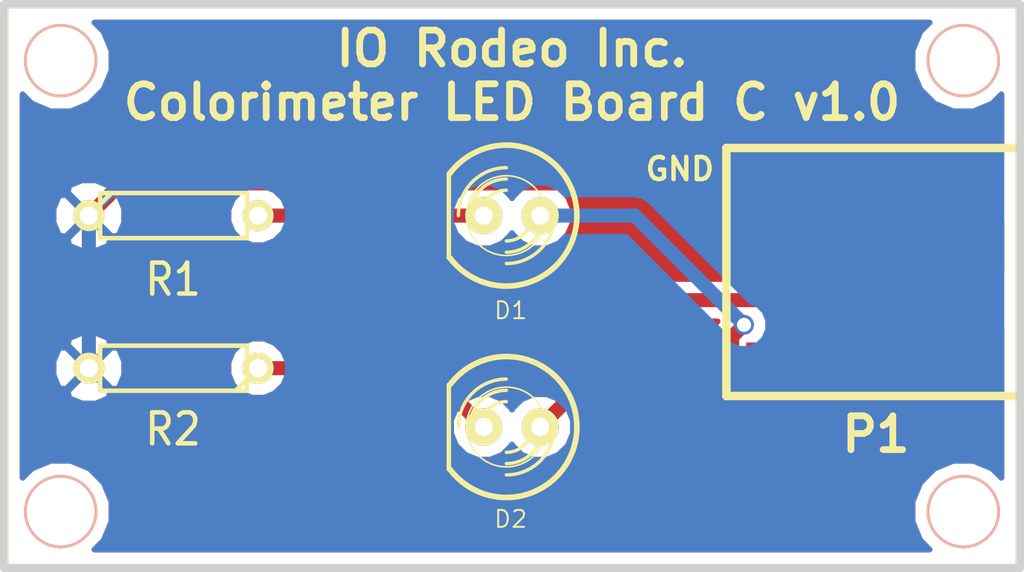
<source format=kicad_pcb>
(kicad_pcb (version 3) (host pcbnew "(2013-feb-26)-testing")

  (general
    (links 6)
    (no_connects 0)
    (area 76.009499 50.609499 122.364501 76.390501)
    (thickness 1.6002)
    (drawings 7)
    (tracks 16)
    (zones 0)
    (modules 9)
    (nets 6)
  )

  (page A4)
  (layers
    (15 Front signal)
    (0 Back signal)
    (16 B.Adhes user)
    (17 F.Adhes user)
    (18 B.Paste user)
    (19 F.Paste user)
    (20 B.SilkS user)
    (21 F.SilkS user)
    (22 B.Mask user)
    (23 F.Mask user)
    (24 Dwgs.User user)
    (25 Cmts.User user)
    (26 Eco1.User user)
    (27 Eco2.User user)
    (28 Edge.Cuts user)
  )

  (setup
    (last_trace_width 0.635)
    (trace_clearance 0.254)
    (zone_clearance 0.508)
    (zone_45_only no)
    (trace_min 0.2032)
    (segment_width 0.381)
    (edge_width 0.381)
    (via_size 0.889)
    (via_drill 0.635)
    (via_min_size 0.889)
    (via_min_drill 0.508)
    (uvia_size 0.508)
    (uvia_drill 0.127)
    (uvias_allowed no)
    (uvia_min_size 0.508)
    (uvia_min_drill 0.127)
    (pcb_text_width 0.3048)
    (pcb_text_size 1.524 2.032)
    (mod_edge_width 0.381)
    (mod_text_size 1.524 1.524)
    (mod_text_width 0.3048)
    (pad_size 1.6764 1.6764)
    (pad_drill 0.8128)
    (pad_to_mask_clearance 0.254)
    (aux_axis_origin 0 0)
    (visible_elements FFFFFFBF)
    (pcbplotparams
      (layerselection 284196865)
      (usegerberextensions true)
      (excludeedgelayer true)
      (linewidth 60)
      (plotframeref false)
      (viasonmask false)
      (mode 1)
      (useauxorigin false)
      (hpglpennumber 1)
      (hpglpenspeed 20)
      (hpglpendiameter 15)
      (hpglpenoverlay 0)
      (psnegative false)
      (psa4output false)
      (plotreference true)
      (plotvalue true)
      (plotothertext true)
      (plotinvisibletext false)
      (padsonsilk false)
      (subtractmaskfromsilk false)
      (outputformat 1)
      (mirror false)
      (drillshape 0)
      (scaleselection 1)
      (outputdirectory ../led_verC/))
  )

  (net 0 "")
  (net 1 /Blue)
  (net 2 /Red)
  (net 3 GND)
  (net 4 N-000002)
  (net 5 N-000006)

  (net_class Default "This is the default net class."
    (clearance 0.254)
    (trace_width 0.635)
    (via_dia 0.889)
    (via_drill 0.635)
    (uvia_dia 0.508)
    (uvia_drill 0.127)
    (add_net "")
    (add_net /Blue)
    (add_net /Red)
    (add_net GND)
    (add_net N-000002)
    (add_net N-000006)
  )

  (module MOUNT_HOLE_4_40 (layer Front) (tedit 4F036C65) (tstamp 4F036949)
    (at 78.74 53.34)
    (path MOUNT_HOLE_4_40)
    (fp_text reference M1 (at 0 -2.032) (layer F.SilkS) hide
      (effects (font (size 0.254 0.254) (thickness 0.0635)))
    )
    (fp_text value "" (at 0 2.54) (layer F.SilkS) hide
      (effects (font (size 0.254 0.254) (thickness 0.0635)))
    )
    (pad "" thru_hole circle (at 0 0) (size 3.302 3.302) (drill 3.048)
      (layers *.Cu *.SilkS *.Mask)
    )
  )

  (module MOUNT_HOLE_4_40 (layer Front) (tedit 4F036C5E) (tstamp 4F03694F)
    (at 78.74 73.66)
    (path MOUNT_HOLE_4_40)
    (fp_text reference M2 (at 0 -2.032) (layer F.SilkS) hide
      (effects (font (size 0.254 0.254) (thickness 0.0635)))
    )
    (fp_text value "" (at 0 -2.54) (layer F.SilkS) hide
      (effects (font (size 0.254 0.254) (thickness 0.0635)))
    )
    (pad "" thru_hole circle (at 0 0) (size 3.302 3.302) (drill 3.048)
      (layers *.Cu *.SilkS *.Mask)
    )
  )

  (module MOUNT_HOLE_4_40 (layer Front) (tedit 4F036C57) (tstamp 4F036957)
    (at 119.38 73.66)
    (path MOUNT_HOLE_4_40)
    (fp_text reference M3 (at 0 -2.032) (layer F.SilkS) hide
      (effects (font (size 0.254 0.254) (thickness 0.0635)))
    )
    (fp_text value "" (at 0 -2.54) (layer F.SilkS) hide
      (effects (font (size 0.254 0.254) (thickness 0.0635)))
    )
    (pad "" thru_hole circle (at 0 0) (size 3.302 3.302) (drill 3.048)
      (layers *.Cu *.SilkS *.Mask)
    )
  )

  (module MOUNT_HOLE_4_40 (layer Front) (tedit 4F036C4D) (tstamp 4F036960)
    (at 119.38 53.34)
    (path MOUNT_HOLE_4_40)
    (fp_text reference M4 (at 0 -2.032) (layer F.SilkS) hide
      (effects (font (size 0.254 0.254) (thickness 0.0635)))
    )
    (fp_text value "" (at 0 2.54) (layer F.SilkS) hide
      (effects (font (size 0.254 0.254) (thickness 0.0635)))
    )
    (pad "" thru_hole circle (at 0 0) (size 3.302 3.302) (drill 3.048)
      (layers *.Cu *.SilkS *.Mask)
    )
  )

  (module smt (layer Front) (tedit 513A76D7) (tstamp 4F515731)
    (at 115.316 62.865 90)
    (path /4F345F7F)
    (fp_text reference P1 (at -7.3152 0.127 180) (layer F.SilkS)
      (effects (font (size 1.524 1.524) (thickness 0.3048)))
    )
    (fp_text value CONN_4 (at -7.239 0.762 180) (layer F.SilkS) hide
      (effects (font (size 1.524 1.524) (thickness 0.3048)))
    )
    (fp_line (start -5.588 -6.604) (end 5.588 -6.604) (layer F.SilkS) (width 0.381))
    (fp_line (start 5.588 -6.604) (end 5.588 6.604) (layer F.SilkS) (width 0.381))
    (fp_line (start 5.588 6.604) (end -5.588 6.604) (layer F.SilkS) (width 0.381))
    (fp_line (start -5.588 6.604) (end -5.588 -6.604) (layer F.SilkS) (width 0.381))
    (pad 1 smd rect (at -3.81 -2.53492 90) (size 1.27 6.35)
      (layers Front F.Paste F.Mask)
      (net 1 /Blue)
    )
    (pad 2 smd rect (at -1.27 2.53492 90) (size 1.27 6.35)
      (layers Front F.Paste F.Mask)
      (net 2 /Red)
    )
    (pad 3 smd rect (at 1.27 -2.53492 90) (size 1.27 6.35)
      (layers Front F.Paste F.Mask)
    )
    (pad 4 smd rect (at 3.81 2.53492 90) (size 1.27 6.35)
      (layers Front F.Paste F.Mask)
      (net 3 GND)
    )
  )

  (module LED-5MM (layer Front) (tedit 513D2C8D) (tstamp 50E6391C)
    (at 99.06 60.325 180)
    (descr "LED 5mm - Lead pitch 100mil (2,54mm)")
    (tags "LED led 5mm 5MM 100mil 2,54mm")
    (path /50E61451)
    (fp_text reference D1 (at 0.06 -4.275 180) (layer F.SilkS)
      (effects (font (size 0.762 0.762) (thickness 0.0889)))
    )
    (fp_text value LED (at 0 3.81 180) (layer F.SilkS) hide
      (effects (font (size 0.762 0.762) (thickness 0.0889)))
    )
    (fp_line (start 2.8448 1.905) (end 2.8448 -1.905) (layer F.SilkS) (width 0.2032))
    (fp_circle (center 0.254 0) (end -1.016 1.27) (layer F.SilkS) (width 0.0762))
    (fp_arc (start 0.254 0) (end 2.794 1.905) (angle 286.2) (layer F.SilkS) (width 0.254))
    (fp_arc (start 0.254 0) (end -0.889 0) (angle 90) (layer F.SilkS) (width 0.1524))
    (fp_arc (start 0.254 0) (end 1.397 0) (angle 90) (layer F.SilkS) (width 0.1524))
    (fp_arc (start 0.254 0) (end -1.397 0) (angle 90) (layer F.SilkS) (width 0.1524))
    (fp_arc (start 0.254 0) (end 1.905 0) (angle 90) (layer F.SilkS) (width 0.1524))
    (fp_arc (start 0.254 0) (end -1.905 0) (angle 90) (layer F.SilkS) (width 0.1524))
    (fp_arc (start 0.254 0) (end 2.413 0) (angle 90) (layer F.SilkS) (width 0.1524))
    (pad 1 thru_hole circle (at -1.27 0 180) (size 1.6764 1.6764) (drill 0.8128)
      (layers *.Cu *.Mask F.Paste F.SilkS)
      (net 1 /Blue)
    )
    (pad 2 thru_hole circle (at 1.27 0 180) (size 1.6764 1.6764) (drill 0.8128)
      (layers *.Cu *.Mask F.Paste F.SilkS)
      (net 4 N-000002)
    )
    (model discret/leds/led5_vertical_verde.wrl
      (at (xyz 0 0 0))
      (scale (xyz 1 1 1))
      (rotate (xyz 0 0 0))
    )
  )

  (module R3 (layer Front) (tedit 513D2C76) (tstamp 50E633A1)
    (at 83.82 60.325)
    (descr "Resitance 3 pas")
    (tags R)
    (path /4F035CCA)
    (autoplace_cost180 10)
    (fp_text reference R1 (at -0.02 2.875) (layer F.SilkS)
      (effects (font (size 1.397 1.27) (thickness 0.2032)))
    )
    (fp_text value 40 (at -0.0635 -0.16764) (layer F.SilkS) hide
      (effects (font (size 1.397 1.27) (thickness 0.2032)))
    )
    (fp_line (start -3.81 0) (end -3.302 0) (layer F.SilkS) (width 0.2032))
    (fp_line (start 3.81 0) (end 3.302 0) (layer F.SilkS) (width 0.2032))
    (fp_line (start 3.302 0) (end 3.302 -1.016) (layer F.SilkS) (width 0.2032))
    (fp_line (start 3.302 -1.016) (end -3.302 -1.016) (layer F.SilkS) (width 0.2032))
    (fp_line (start -3.302 -1.016) (end -3.302 1.016) (layer F.SilkS) (width 0.2032))
    (fp_line (start -3.302 1.016) (end 3.302 1.016) (layer F.SilkS) (width 0.2032))
    (fp_line (start 3.302 1.016) (end 3.302 0) (layer F.SilkS) (width 0.2032))
    (fp_line (start -3.302 -0.508) (end -2.794 -1.016) (layer F.SilkS) (width 0.2032))
    (pad 1 thru_hole circle (at -3.81 0) (size 1.397 1.397) (drill 0.8128)
      (layers *.Cu *.Mask F.SilkS)
      (net 3 GND)
    )
    (pad 2 thru_hole circle (at 3.81 0) (size 1.397 1.397) (drill 0.8128)
      (layers *.Cu *.Mask F.SilkS)
      (net 4 N-000002)
    )
    (model discret/resistor.wrl
      (at (xyz 0 0 0))
      (scale (xyz 0.3 0.3 0.3))
      (rotate (xyz 0 0 0))
    )
  )

  (module R3 (layer Front) (tedit 513D2C7F) (tstamp 513D2CD9)
    (at 83.82 67.2 180)
    (descr "Resitance 3 pas")
    (tags R)
    (path /513A56AF)
    (autoplace_cost180 10)
    (fp_text reference R2 (at 0 0.127 180) (layer F.SilkS) hide
      (effects (font (size 1.397 1.27) (thickness 0.2032)))
    )
    (fp_text value R2 (at 0.02 -2.75 180) (layer F.SilkS)
      (effects (font (size 1.397 1.27) (thickness 0.2032)))
    )
    (fp_line (start -3.81 0) (end -3.302 0) (layer F.SilkS) (width 0.2032))
    (fp_line (start 3.81 0) (end 3.302 0) (layer F.SilkS) (width 0.2032))
    (fp_line (start 3.302 0) (end 3.302 -1.016) (layer F.SilkS) (width 0.2032))
    (fp_line (start 3.302 -1.016) (end -3.302 -1.016) (layer F.SilkS) (width 0.2032))
    (fp_line (start -3.302 -1.016) (end -3.302 1.016) (layer F.SilkS) (width 0.2032))
    (fp_line (start -3.302 1.016) (end 3.302 1.016) (layer F.SilkS) (width 0.2032))
    (fp_line (start 3.302 1.016) (end 3.302 0) (layer F.SilkS) (width 0.2032))
    (fp_line (start -3.302 -0.508) (end -2.794 -1.016) (layer F.SilkS) (width 0.2032))
    (pad 1 thru_hole circle (at -3.81 0 180) (size 1.397 1.397) (drill 0.8128)
      (layers *.Cu *.Mask F.SilkS)
      (net 5 N-000006)
    )
    (pad 2 thru_hole circle (at 3.81 0 180) (size 1.397 1.397) (drill 0.8128)
      (layers *.Cu *.Mask F.SilkS)
      (net 3 GND)
    )
    (model discret/resistor.wrl
      (at (xyz 0 0 0))
      (scale (xyz 0.3 0.3 0.3))
      (rotate (xyz 0 0 0))
    )
  )

  (module LED-5MM (layer Front) (tedit 513D2C97) (tstamp 513A641B)
    (at 99.06 69.85 180)
    (descr "LED 5mm - Lead pitch 100mil (2,54mm)")
    (tags "LED led 5mm 5MM 100mil 2,54mm")
    (path /513A54E9)
    (fp_text reference D2 (at 0.06 -4.15 180) (layer F.SilkS)
      (effects (font (size 0.762 0.762) (thickness 0.0889)))
    )
    (fp_text value LED (at 0 3.81 180) (layer F.SilkS) hide
      (effects (font (size 0.762 0.762) (thickness 0.0889)))
    )
    (fp_line (start 2.8448 1.905) (end 2.8448 -1.905) (layer F.SilkS) (width 0.2032))
    (fp_circle (center 0.254 0) (end -1.016 1.27) (layer F.SilkS) (width 0.0762))
    (fp_arc (start 0.254 0) (end 2.794 1.905) (angle 286.2) (layer F.SilkS) (width 0.254))
    (fp_arc (start 0.254 0) (end -0.889 0) (angle 90) (layer F.SilkS) (width 0.1524))
    (fp_arc (start 0.254 0) (end 1.397 0) (angle 90) (layer F.SilkS) (width 0.1524))
    (fp_arc (start 0.254 0) (end -1.397 0) (angle 90) (layer F.SilkS) (width 0.1524))
    (fp_arc (start 0.254 0) (end 1.905 0) (angle 90) (layer F.SilkS) (width 0.1524))
    (fp_arc (start 0.254 0) (end -1.905 0) (angle 90) (layer F.SilkS) (width 0.1524))
    (fp_arc (start 0.254 0) (end 2.413 0) (angle 90) (layer F.SilkS) (width 0.1524))
    (pad 1 thru_hole circle (at -1.27 0 180) (size 1.6764 1.6764) (drill 0.8128)
      (layers *.Cu *.Mask F.SilkS)
      (net 2 /Red)
    )
    (pad 2 thru_hole circle (at 1.27 0 180) (size 1.6764 1.6764) (drill 0.8128)
      (layers *.Cu *.Mask F.SilkS)
      (net 5 N-000006)
    )
    (model discret/leds/led5_vertical_verde.wrl
      (at (xyz 0 0 0))
      (scale (xyz 1 1 1))
      (rotate (xyz 0 0 0))
    )
  )

  (gr_text GND (at 106.61904 58.22696) (layer F.SilkS)
    (effects (font (size 1.00076 1.00076) (thickness 0.20066)))
  )
  (gr_text "IO Rodeo Inc." (at 99.06 52.8) (layer F.SilkS)
    (effects (font (size 1.524 1.524) (thickness 0.3048)))
  )
  (gr_text "Colorimeter LED Board C v1.0" (at 99.06 55.2196) (layer F.SilkS)
    (effects (font (size 1.524 1.524) (thickness 0.3048)))
  )
  (gr_line (start 76.2 50.8) (end 121.92 50.8) (angle 90) (layer Edge.Cuts) (width 0.381))
  (gr_line (start 121.92 76.2) (end 121.92 50.8) (angle 90) (layer Edge.Cuts) (width 0.381))
  (gr_line (start 76.2 76.2) (end 76.2 50.8) (angle 90) (layer Edge.Cuts) (width 0.381))
  (gr_line (start 76.2 76.2) (end 121.92 76.2) (angle 90) (layer Edge.Cuts) (width 0.381))

  (via (at 109.5068 65.2462) (size 0.889) (layers Front Back) (net 1))
  (segment (start 112.7811 66.675) (end 108.9711 66.675) (width 0.635) (layer Front) (net 1))
  (segment (start 104.5856 60.325) (end 109.5068 65.2462) (width 0.635) (layer Back) (net 1))
  (segment (start 100.33 60.325) (end 104.5856 60.325) (width 0.635) (layer Back) (net 1))
  (segment (start 108.9711 65.7819) (end 108.9711 66.675) (width 0.635) (layer Front) (net 1))
  (segment (start 109.5068 65.2462) (end 108.9711 65.7819) (width 0.635) (layer Front) (net 1))
  (segment (start 106.045 64.135) (end 117.8509 64.135) (width 0.635) (layer Front) (net 2))
  (segment (start 100.33 69.85) (end 106.045 64.135) (width 0.635) (layer Front) (net 2))
  (segment (start 80.01 67.2) (end 80.01 60.325) (width 0.635) (layer Back) (net 3))
  (segment (start 113.8583 58.8724) (end 114.0409 59.055) (width 0.635) (layer Front) (net 3))
  (segment (start 81.4626 58.8724) (end 113.8583 58.8724) (width 0.635) (layer Front) (net 3))
  (segment (start 80.01 60.325) (end 81.4626 58.8724) (width 0.635) (layer Front) (net 3))
  (segment (start 117.8509 59.055) (end 114.0409 59.055) (width 0.635) (layer Front) (net 3))
  (segment (start 87.63 60.325) (end 97.79 60.325) (width 0.635) (layer Front) (net 4))
  (segment (start 95.14 67.2) (end 97.79 69.85) (width 0.635) (layer Front) (net 5))
  (segment (start 87.63 67.2) (end 95.14 67.2) (width 0.635) (layer Front) (net 5))

  (zone (net 3) (net_name GND) (layer Front) (tstamp 513D2D7E) (hatch edge 0.508)
    (connect_pads (clearance 0.508))
    (min_thickness 0.254)
    (fill (arc_segments 16) (thermal_gap 0.762) (thermal_bridge_width 0.381))
    (polygon
      (pts
        (xy 121.6 75.8) (xy 76.6 75.8) (xy 76.6 51.2) (xy 121.6 51.2)
      )
    )
    (filled_polygon
      (pts
        (xy 121.0945 72.141778) (xy 120.676605 71.723154) (xy 119.836708 71.374398) (xy 118.927281 71.373604) (xy 118.086777 71.720894)
        (xy 117.443154 72.363395) (xy 117.094398 73.203292) (xy 117.093604 74.112719) (xy 117.440894 74.953223) (xy 117.861436 75.3745)
        (xy 81.597506 75.3745) (xy 81.597506 66.884272) (xy 81.597506 60.009272) (xy 81.355841 59.425793) (xy 81.35579 59.425716)
        (xy 81.041248 59.383554) (xy 80.951446 59.473356) (xy 80.951446 59.293752) (xy 80.909284 58.97921) (xy 80.325818 58.737511)
        (xy 79.694272 58.737494) (xy 79.110793 58.979159) (xy 79.110716 58.97921) (xy 79.068554 59.293752) (xy 80.01 60.235197)
        (xy 80.951446 59.293752) (xy 80.951446 59.473356) (xy 80.099803 60.325) (xy 81.041248 61.266446) (xy 81.35579 61.224284)
        (xy 81.597489 60.640818) (xy 81.597506 60.009272) (xy 81.597506 66.884272) (xy 81.355841 66.300793) (xy 81.35579 66.300716)
        (xy 81.041248 66.258554) (xy 80.951446 66.348356) (xy 80.951446 66.168752) (xy 80.951446 61.356248) (xy 80.01 60.414803)
        (xy 79.920197 60.504605) (xy 79.920197 60.325) (xy 78.978752 59.383554) (xy 78.66421 59.425716) (xy 78.422511 60.009182)
        (xy 78.422494 60.640728) (xy 78.664159 61.224207) (xy 78.66421 61.224284) (xy 78.978752 61.266446) (xy 79.920197 60.325)
        (xy 79.920197 60.504605) (xy 79.068554 61.356248) (xy 79.110716 61.67079) (xy 79.694182 61.912489) (xy 80.325728 61.912506)
        (xy 80.909207 61.670841) (xy 80.909284 61.67079) (xy 80.951446 61.356248) (xy 80.951446 66.168752) (xy 80.909284 65.85421)
        (xy 80.325818 65.612511) (xy 79.694272 65.612494) (xy 79.110793 65.854159) (xy 79.110716 65.85421) (xy 79.068554 66.168752)
        (xy 80.01 67.110197) (xy 80.951446 66.168752) (xy 80.951446 66.348356) (xy 80.099803 67.2) (xy 81.041248 68.141446)
        (xy 81.35579 68.099284) (xy 81.597489 67.515818) (xy 81.597506 66.884272) (xy 81.597506 75.3745) (xy 80.258221 75.3745)
        (xy 80.676846 74.956605) (xy 81.025602 74.116708) (xy 81.026396 73.207281) (xy 80.951446 73.025888) (xy 80.951446 68.231248)
        (xy 80.01 67.289803) (xy 79.920197 67.379605) (xy 79.920197 67.2) (xy 78.978752 66.258554) (xy 78.66421 66.300716)
        (xy 78.422511 66.884182) (xy 78.422494 67.515728) (xy 78.664159 68.099207) (xy 78.66421 68.099284) (xy 78.978752 68.141446)
        (xy 79.920197 67.2) (xy 79.920197 67.379605) (xy 79.068554 68.231248) (xy 79.110716 68.54579) (xy 79.694182 68.787489)
        (xy 80.325728 68.787506) (xy 80.909207 68.545841) (xy 80.909284 68.54579) (xy 80.951446 68.231248) (xy 80.951446 73.025888)
        (xy 80.679106 72.366777) (xy 80.036605 71.723154) (xy 79.196708 71.374398) (xy 78.287281 71.373604) (xy 77.446777 71.720894)
        (xy 77.0255 72.141436) (xy 77.0255 54.858221) (xy 77.443395 55.276846) (xy 78.283292 55.625602) (xy 79.192719 55.626396)
        (xy 80.033223 55.279106) (xy 80.676846 54.636605) (xy 81.025602 53.796708) (xy 81.026396 52.887281) (xy 80.679106 52.046777)
        (xy 80.258563 51.6255) (xy 117.861778 51.6255) (xy 117.443154 52.043395) (xy 117.094398 52.883292) (xy 117.093604 53.792719)
        (xy 117.440894 54.633223) (xy 118.083395 55.276846) (xy 118.923292 55.625602) (xy 119.832719 55.626396) (xy 120.673223 55.279106)
        (xy 121.0945 54.858563) (xy 121.0945 57.53106) (xy 120.849863 57.530847) (xy 118.13667 57.531) (xy 117.91442 57.75325)
        (xy 117.91442 58.9915) (xy 117.93442 58.9915) (xy 117.93442 59.1185) (xy 117.91442 59.1185) (xy 117.91442 60.35675)
        (xy 118.13667 60.579) (xy 120.849863 60.579153) (xy 121.0945 60.578939) (xy 121.0945 62.86506) (xy 120.900165 62.86489)
        (xy 116.082367 62.86489) (xy 116.315309 62.768641) (xy 116.494093 62.590168) (xy 116.590969 62.356864) (xy 116.59119 62.104245)
        (xy 116.59119 60.834245) (xy 116.494721 60.600771) (xy 116.473049 60.579061) (xy 117.56517 60.579) (xy 117.78742 60.35675)
        (xy 117.78742 59.1185) (xy 117.78742 58.9915) (xy 117.78742 57.75325) (xy 117.56517 57.531) (xy 114.851977 57.530847)
        (xy 114.498311 57.531156) (xy 114.171685 57.666783) (xy 113.921824 57.91708) (xy 113.786767 58.243943) (xy 113.78692 58.76925)
        (xy 114.00917 58.9915) (xy 117.78742 58.9915) (xy 117.78742 59.1185) (xy 114.00917 59.1185) (xy 113.78692 59.34075)
        (xy 113.786767 59.866057) (xy 113.921824 60.19292) (xy 114.053564 60.32489) (xy 109.480325 60.32489) (xy 109.246851 60.421359)
        (xy 109.068067 60.599832) (xy 108.971191 60.833136) (xy 108.97097 61.085755) (xy 108.97097 62.355755) (xy 109.067439 62.589229)
        (xy 109.245912 62.768013) (xy 109.479216 62.864889) (xy 109.731835 62.86511) (xy 114.549632 62.86511) (xy 114.316691 62.961359)
        (xy 114.137907 63.139832) (xy 114.120189 63.1825) (xy 106.045 63.1825) (xy 105.680494 63.255005) (xy 105.37148 63.461481)
        (xy 101.803454 67.029507) (xy 101.803454 60.033248) (xy 101.579646 59.49159) (xy 101.16559 59.076811) (xy 100.624323 58.852057)
        (xy 100.038248 58.851546) (xy 99.49659 59.075354) (xy 99.081811 59.48941) (xy 99.060224 59.541394) (xy 99.039646 59.49159)
        (xy 98.62559 59.076811) (xy 98.084323 58.852057) (xy 97.498248 58.851546) (xy 96.95659 59.075354) (xy 96.658925 59.3725)
        (xy 88.56337 59.3725) (xy 88.386353 59.195174) (xy 87.896413 58.991733) (xy 87.365914 58.99127) (xy 86.87562 59.193855)
        (xy 86.500174 59.568647) (xy 86.296733 60.058587) (xy 86.29627 60.589086) (xy 86.498855 61.07938) (xy 86.873647 61.454826)
        (xy 87.363587 61.658267) (xy 87.894086 61.65873) (xy 88.38438 61.456145) (xy 88.563336 61.2775) (xy 96.659236 61.2775)
        (xy 96.95441 61.573189) (xy 97.495677 61.797943) (xy 98.081752 61.798454) (xy 98.62341 61.574646) (xy 99.038189 61.16059)
        (xy 99.059775 61.108605) (xy 99.080354 61.15841) (xy 99.49441 61.573189) (xy 100.035677 61.797943) (xy 100.621752 61.798454)
        (xy 101.16341 61.574646) (xy 101.578189 61.16059) (xy 101.802943 60.619323) (xy 101.803454 60.033248) (xy 101.803454 67.029507)
        (xy 100.456051 68.37691) (xy 100.038248 68.376546) (xy 99.49659 68.600354) (xy 99.081811 69.01441) (xy 99.060224 69.066394)
        (xy 99.039646 69.01659) (xy 98.62559 68.601811) (xy 98.084323 68.377057) (xy 97.663728 68.37669) (xy 95.813519 66.526481)
        (xy 95.504506 66.320005) (xy 95.14 66.2475) (xy 88.56337 66.2475) (xy 88.386353 66.070174) (xy 87.896413 65.866733)
        (xy 87.365914 65.86627) (xy 86.87562 66.068855) (xy 86.500174 66.443647) (xy 86.296733 66.933587) (xy 86.29627 67.464086)
        (xy 86.498855 67.95438) (xy 86.873647 68.329826) (xy 87.363587 68.533267) (xy 87.894086 68.53373) (xy 88.38438 68.331145)
        (xy 88.563336 68.1525) (xy 94.745461 68.1525) (xy 96.31691 69.723948) (xy 96.316546 70.141752) (xy 96.540354 70.68341)
        (xy 96.95441 71.098189) (xy 97.495677 71.322943) (xy 98.081752 71.323454) (xy 98.62341 71.099646) (xy 99.038189 70.68559)
        (xy 99.059775 70.633605) (xy 99.080354 70.68341) (xy 99.49441 71.098189) (xy 100.035677 71.322943) (xy 100.621752 71.323454)
        (xy 101.16341 71.099646) (xy 101.578189 70.68559) (xy 101.802943 70.144323) (xy 101.803309 69.723728) (xy 106.439538 65.0875)
        (xy 108.318462 65.0875) (xy 108.297581 65.108381) (xy 108.091105 65.417394) (xy 108.0186 65.7819) (xy 108.0186 66.675)
        (xy 108.091105 67.039506) (xy 108.297581 67.348519) (xy 108.606594 67.554995) (xy 108.9711 67.6275) (xy 109.050197 67.6275)
        (xy 109.067439 67.669229) (xy 109.245912 67.848013) (xy 109.479216 67.944889) (xy 109.731835 67.94511) (xy 116.081835 67.94511)
        (xy 116.315309 67.848641) (xy 116.494093 67.670168) (xy 116.590969 67.436864) (xy 116.59119 67.184245) (xy 116.59119 65.914245)
        (xy 116.494721 65.680771) (xy 116.316248 65.501987) (xy 116.082944 65.405111) (xy 116.0818 65.40511) (xy 121.0945 65.40511)
        (xy 121.0945 72.141778)
      )
    )
  )
  (zone (net 3) (net_name GND) (layer Back) (tstamp 513D2D9D) (hatch edge 0.508)
    (connect_pads (clearance 0.508))
    (min_thickness 0.254)
    (fill (arc_segments 16) (thermal_gap 0.762) (thermal_bridge_width 0.381))
    (polygon
      (pts
        (xy 121.6 75.8) (xy 76.6 75.8) (xy 76.6 51.2) (xy 121.6 51.2)
      )
    )
    (filled_polygon
      (pts
        (xy 121.0945 72.141778) (xy 120.676605 71.723154) (xy 119.836708 71.374398) (xy 118.927281 71.373604) (xy 118.086777 71.720894)
        (xy 117.443154 72.363395) (xy 117.094398 73.203292) (xy 117.093604 74.112719) (xy 117.440894 74.953223) (xy 117.861436 75.3745)
        (xy 110.586487 75.3745) (xy 110.586487 65.032416) (xy 110.422489 64.635511) (xy 110.119086 64.331578) (xy 109.811492 64.203853)
        (xy 105.259119 59.651481) (xy 104.950106 59.445005) (xy 104.5856 59.3725) (xy 101.460763 59.3725) (xy 101.16559 59.076811)
        (xy 100.624323 58.852057) (xy 100.038248 58.851546) (xy 99.49659 59.075354) (xy 99.081811 59.48941) (xy 99.060224 59.541394)
        (xy 99.039646 59.49159) (xy 98.62559 59.076811) (xy 98.084323 58.852057) (xy 97.498248 58.851546) (xy 96.95659 59.075354)
        (xy 96.541811 59.48941) (xy 96.317057 60.030677) (xy 96.316546 60.616752) (xy 96.540354 61.15841) (xy 96.95441 61.573189)
        (xy 97.495677 61.797943) (xy 98.081752 61.798454) (xy 98.62341 61.574646) (xy 99.038189 61.16059) (xy 99.059775 61.108605)
        (xy 99.080354 61.15841) (xy 99.49441 61.573189) (xy 100.035677 61.797943) (xy 100.621752 61.798454) (xy 101.16341 61.574646)
        (xy 101.461074 61.2775) (xy 104.191061 61.2775) (xy 108.464832 65.55127) (xy 108.591111 65.856889) (xy 108.894514 66.160822)
        (xy 109.291132 66.325513) (xy 109.720584 66.325887) (xy 110.117489 66.161889) (xy 110.421422 65.858486) (xy 110.586113 65.461868)
        (xy 110.586487 65.032416) (xy 110.586487 75.3745) (xy 101.803454 75.3745) (xy 101.803454 69.558248) (xy 101.579646 69.01659)
        (xy 101.16559 68.601811) (xy 100.624323 68.377057) (xy 100.038248 68.376546) (xy 99.49659 68.600354) (xy 99.081811 69.01441)
        (xy 99.060224 69.066394) (xy 99.039646 69.01659) (xy 98.62559 68.601811) (xy 98.084323 68.377057) (xy 97.498248 68.376546)
        (xy 96.95659 68.600354) (xy 96.541811 69.01441) (xy 96.317057 69.555677) (xy 96.316546 70.141752) (xy 96.540354 70.68341)
        (xy 96.95441 71.098189) (xy 97.495677 71.322943) (xy 98.081752 71.323454) (xy 98.62341 71.099646) (xy 99.038189 70.68559)
        (xy 99.059775 70.633605) (xy 99.080354 70.68341) (xy 99.49441 71.098189) (xy 100.035677 71.322943) (xy 100.621752 71.323454)
        (xy 101.16341 71.099646) (xy 101.578189 70.68559) (xy 101.802943 70.144323) (xy 101.803454 69.558248) (xy 101.803454 75.3745)
        (xy 88.96373 75.3745) (xy 88.96373 66.935914) (xy 88.96373 60.060914) (xy 88.761145 59.57062) (xy 88.386353 59.195174)
        (xy 87.896413 58.991733) (xy 87.365914 58.99127) (xy 86.87562 59.193855) (xy 86.500174 59.568647) (xy 86.296733 60.058587)
        (xy 86.29627 60.589086) (xy 86.498855 61.07938) (xy 86.873647 61.454826) (xy 87.363587 61.658267) (xy 87.894086 61.65873)
        (xy 88.38438 61.456145) (xy 88.759826 61.081353) (xy 88.963267 60.591413) (xy 88.96373 60.060914) (xy 88.96373 66.935914)
        (xy 88.761145 66.44562) (xy 88.386353 66.070174) (xy 87.896413 65.866733) (xy 87.365914 65.86627) (xy 86.87562 66.068855)
        (xy 86.500174 66.443647) (xy 86.296733 66.933587) (xy 86.29627 67.464086) (xy 86.498855 67.95438) (xy 86.873647 68.329826)
        (xy 87.363587 68.533267) (xy 87.894086 68.53373) (xy 88.38438 68.331145) (xy 88.759826 67.956353) (xy 88.963267 67.466413)
        (xy 88.96373 66.935914) (xy 88.96373 75.3745) (xy 81.597506 75.3745) (xy 81.597506 66.884272) (xy 81.597506 60.009272)
        (xy 81.355841 59.425793) (xy 81.35579 59.425716) (xy 81.041248 59.383554) (xy 80.951446 59.473356) (xy 80.951446 59.293752)
        (xy 80.909284 58.97921) (xy 80.325818 58.737511) (xy 79.694272 58.737494) (xy 79.110793 58.979159) (xy 79.110716 58.97921)
        (xy 79.068554 59.293752) (xy 80.01 60.235197) (xy 80.951446 59.293752) (xy 80.951446 59.473356) (xy 80.099803 60.325)
        (xy 81.041248 61.266446) (xy 81.35579 61.224284) (xy 81.597489 60.640818) (xy 81.597506 60.009272) (xy 81.597506 66.884272)
        (xy 81.355841 66.300793) (xy 81.35579 66.300716) (xy 81.041248 66.258554) (xy 80.951446 66.348356) (xy 80.951446 66.168752)
        (xy 80.951446 61.356248) (xy 80.01 60.414803) (xy 79.920197 60.504605) (xy 79.920197 60.325) (xy 78.978752 59.383554)
        (xy 78.66421 59.425716) (xy 78.422511 60.009182) (xy 78.422494 60.640728) (xy 78.664159 61.224207) (xy 78.66421 61.224284)
        (xy 78.978752 61.266446) (xy 79.920197 60.325) (xy 79.920197 60.504605) (xy 79.068554 61.356248) (xy 79.110716 61.67079)
        (xy 79.694182 61.912489) (xy 80.325728 61.912506) (xy 80.909207 61.670841) (xy 80.909284 61.67079) (xy 80.951446 61.356248)
        (xy 80.951446 66.168752) (xy 80.909284 65.85421) (xy 80.325818 65.612511) (xy 79.694272 65.612494) (xy 79.110793 65.854159)
        (xy 79.110716 65.85421) (xy 79.068554 66.168752) (xy 80.01 67.110197) (xy 80.951446 66.168752) (xy 80.951446 66.348356)
        (xy 80.099803 67.2) (xy 81.041248 68.141446) (xy 81.35579 68.099284) (xy 81.597489 67.515818) (xy 81.597506 66.884272)
        (xy 81.597506 75.3745) (xy 80.258221 75.3745) (xy 80.676846 74.956605) (xy 81.025602 74.116708) (xy 81.026396 73.207281)
        (xy 80.951446 73.025888) (xy 80.951446 68.231248) (xy 80.01 67.289803) (xy 79.920197 67.379605) (xy 79.920197 67.2)
        (xy 78.978752 66.258554) (xy 78.66421 66.300716) (xy 78.422511 66.884182) (xy 78.422494 67.515728) (xy 78.664159 68.099207)
        (xy 78.66421 68.099284) (xy 78.978752 68.141446) (xy 79.920197 67.2) (xy 79.920197 67.379605) (xy 79.068554 68.231248)
        (xy 79.110716 68.54579) (xy 79.694182 68.787489) (xy 80.325728 68.787506) (xy 80.909207 68.545841) (xy 80.909284 68.54579)
        (xy 80.951446 68.231248) (xy 80.951446 73.025888) (xy 80.679106 72.366777) (xy 80.036605 71.723154) (xy 79.196708 71.374398)
        (xy 78.287281 71.373604) (xy 77.446777 71.720894) (xy 77.0255 72.141436) (xy 77.0255 54.858221) (xy 77.443395 55.276846)
        (xy 78.283292 55.625602) (xy 79.192719 55.626396) (xy 80.033223 55.279106) (xy 80.676846 54.636605) (xy 81.025602 53.796708)
        (xy 81.026396 52.887281) (xy 80.679106 52.046777) (xy 80.258563 51.6255) (xy 117.861778 51.6255) (xy 117.443154 52.043395)
        (xy 117.094398 52.883292) (xy 117.093604 53.792719) (xy 117.440894 54.633223) (xy 118.083395 55.276846) (xy 118.923292 55.625602)
        (xy 119.832719 55.626396) (xy 120.673223 55.279106) (xy 121.0945 54.858563) (xy 121.0945 72.141778)
      )
    )
  )
)

</source>
